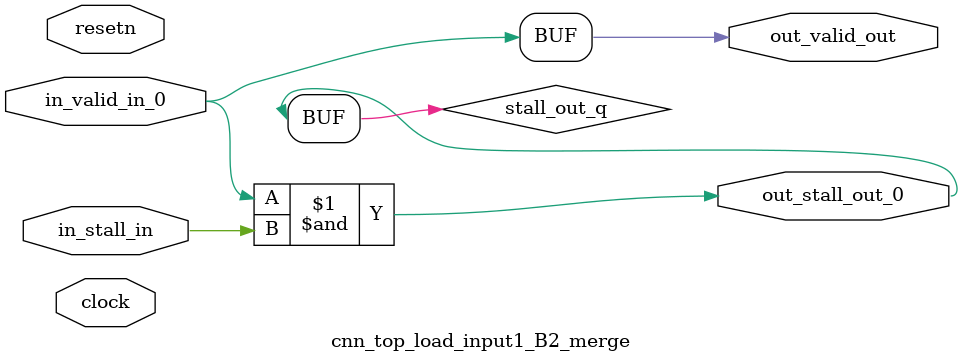
<source format=sv>



(* altera_attribute = "-name AUTO_SHIFT_REGISTER_RECOGNITION OFF; -name MESSAGE_DISABLE 10036; -name MESSAGE_DISABLE 10037; -name MESSAGE_DISABLE 14130; -name MESSAGE_DISABLE 14320; -name MESSAGE_DISABLE 15400; -name MESSAGE_DISABLE 14130; -name MESSAGE_DISABLE 10036; -name MESSAGE_DISABLE 12020; -name MESSAGE_DISABLE 12030; -name MESSAGE_DISABLE 12010; -name MESSAGE_DISABLE 12110; -name MESSAGE_DISABLE 14320; -name MESSAGE_DISABLE 13410; -name MESSAGE_DISABLE 113007; -name MESSAGE_DISABLE 10958" *)
module cnn_top_load_input1_B2_merge (
    input wire [0:0] in_stall_in,
    input wire [0:0] in_valid_in_0,
    output wire [0:0] out_stall_out_0,
    output wire [0:0] out_valid_out,
    input wire clock,
    input wire resetn
    );

    wire [0:0] stall_out_q;


    // stall_out(LOGICAL,6)
    assign stall_out_q = in_valid_in_0 & in_stall_in;

    // out_stall_out_0(GPOUT,4)
    assign out_stall_out_0 = stall_out_q;

    // out_valid_out(GPOUT,5)
    assign out_valid_out = in_valid_in_0;

endmodule

</source>
